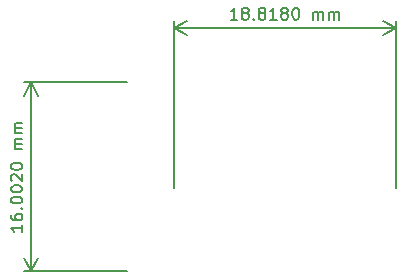
<source format=gbr>
%TF.GenerationSoftware,KiCad,Pcbnew,(6.0.11)*%
%TF.CreationDate,2023-07-28T18:25:04-04:00*%
%TF.ProjectId,amoeba-king,616d6f65-6261-42d6-9b69-6e672e6b6963,rev?*%
%TF.SameCoordinates,Original*%
%TF.FileFunction,Other,Comment*%
%FSLAX46Y46*%
G04 Gerber Fmt 4.6, Leading zero omitted, Abs format (unit mm)*
G04 Created by KiCad (PCBNEW (6.0.11)) date 2023-07-28 18:25:04*
%MOMM*%
%LPD*%
G01*
G04 APERTURE LIST*
%ADD10C,0.150000*%
G04 APERTURE END LIST*
D10*
X75871780Y-155207580D02*
X75300352Y-155207580D01*
X75586066Y-155207580D02*
X75586066Y-154207580D01*
X75490828Y-154350438D01*
X75395590Y-154445676D01*
X75300352Y-154493295D01*
X76443209Y-154636152D02*
X76347971Y-154588533D01*
X76300352Y-154540914D01*
X76252733Y-154445676D01*
X76252733Y-154398057D01*
X76300352Y-154302819D01*
X76347971Y-154255200D01*
X76443209Y-154207580D01*
X76633685Y-154207580D01*
X76728923Y-154255200D01*
X76776542Y-154302819D01*
X76824161Y-154398057D01*
X76824161Y-154445676D01*
X76776542Y-154540914D01*
X76728923Y-154588533D01*
X76633685Y-154636152D01*
X76443209Y-154636152D01*
X76347971Y-154683771D01*
X76300352Y-154731390D01*
X76252733Y-154826628D01*
X76252733Y-155017104D01*
X76300352Y-155112342D01*
X76347971Y-155159961D01*
X76443209Y-155207580D01*
X76633685Y-155207580D01*
X76728923Y-155159961D01*
X76776542Y-155112342D01*
X76824161Y-155017104D01*
X76824161Y-154826628D01*
X76776542Y-154731390D01*
X76728923Y-154683771D01*
X76633685Y-154636152D01*
X77252733Y-155112342D02*
X77300352Y-155159961D01*
X77252733Y-155207580D01*
X77205114Y-155159961D01*
X77252733Y-155112342D01*
X77252733Y-155207580D01*
X77871780Y-154636152D02*
X77776542Y-154588533D01*
X77728923Y-154540914D01*
X77681304Y-154445676D01*
X77681304Y-154398057D01*
X77728923Y-154302819D01*
X77776542Y-154255200D01*
X77871780Y-154207580D01*
X78062257Y-154207580D01*
X78157495Y-154255200D01*
X78205114Y-154302819D01*
X78252733Y-154398057D01*
X78252733Y-154445676D01*
X78205114Y-154540914D01*
X78157495Y-154588533D01*
X78062257Y-154636152D01*
X77871780Y-154636152D01*
X77776542Y-154683771D01*
X77728923Y-154731390D01*
X77681304Y-154826628D01*
X77681304Y-155017104D01*
X77728923Y-155112342D01*
X77776542Y-155159961D01*
X77871780Y-155207580D01*
X78062257Y-155207580D01*
X78157495Y-155159961D01*
X78205114Y-155112342D01*
X78252733Y-155017104D01*
X78252733Y-154826628D01*
X78205114Y-154731390D01*
X78157495Y-154683771D01*
X78062257Y-154636152D01*
X79205114Y-155207580D02*
X78633685Y-155207580D01*
X78919400Y-155207580D02*
X78919400Y-154207580D01*
X78824161Y-154350438D01*
X78728923Y-154445676D01*
X78633685Y-154493295D01*
X79776542Y-154636152D02*
X79681304Y-154588533D01*
X79633685Y-154540914D01*
X79586066Y-154445676D01*
X79586066Y-154398057D01*
X79633685Y-154302819D01*
X79681304Y-154255200D01*
X79776542Y-154207580D01*
X79967019Y-154207580D01*
X80062257Y-154255200D01*
X80109876Y-154302819D01*
X80157495Y-154398057D01*
X80157495Y-154445676D01*
X80109876Y-154540914D01*
X80062257Y-154588533D01*
X79967019Y-154636152D01*
X79776542Y-154636152D01*
X79681304Y-154683771D01*
X79633685Y-154731390D01*
X79586066Y-154826628D01*
X79586066Y-155017104D01*
X79633685Y-155112342D01*
X79681304Y-155159961D01*
X79776542Y-155207580D01*
X79967019Y-155207580D01*
X80062257Y-155159961D01*
X80109876Y-155112342D01*
X80157495Y-155017104D01*
X80157495Y-154826628D01*
X80109876Y-154731390D01*
X80062257Y-154683771D01*
X79967019Y-154636152D01*
X80776542Y-154207580D02*
X80871780Y-154207580D01*
X80967019Y-154255200D01*
X81014638Y-154302819D01*
X81062257Y-154398057D01*
X81109876Y-154588533D01*
X81109876Y-154826628D01*
X81062257Y-155017104D01*
X81014638Y-155112342D01*
X80967019Y-155159961D01*
X80871780Y-155207580D01*
X80776542Y-155207580D01*
X80681304Y-155159961D01*
X80633685Y-155112342D01*
X80586066Y-155017104D01*
X80538447Y-154826628D01*
X80538447Y-154588533D01*
X80586066Y-154398057D01*
X80633685Y-154302819D01*
X80681304Y-154255200D01*
X80776542Y-154207580D01*
X82300352Y-155207580D02*
X82300352Y-154540914D01*
X82300352Y-154636152D02*
X82347971Y-154588533D01*
X82443209Y-154540914D01*
X82586066Y-154540914D01*
X82681304Y-154588533D01*
X82728923Y-154683771D01*
X82728923Y-155207580D01*
X82728923Y-154683771D02*
X82776542Y-154588533D01*
X82871780Y-154540914D01*
X83014638Y-154540914D01*
X83109876Y-154588533D01*
X83157495Y-154683771D01*
X83157495Y-155207580D01*
X83633685Y-155207580D02*
X83633685Y-154540914D01*
X83633685Y-154636152D02*
X83681304Y-154588533D01*
X83776542Y-154540914D01*
X83919400Y-154540914D01*
X84014638Y-154588533D01*
X84062257Y-154683771D01*
X84062257Y-155207580D01*
X84062257Y-154683771D02*
X84109876Y-154588533D01*
X84205114Y-154540914D01*
X84347971Y-154540914D01*
X84443209Y-154588533D01*
X84490828Y-154683771D01*
X84490828Y-155207580D01*
X70510400Y-169430700D02*
X70510400Y-155318780D01*
X89328400Y-169430700D02*
X89328400Y-155318780D01*
X70510400Y-155905200D02*
X89328400Y-155905200D01*
X70510400Y-155905200D02*
X89328400Y-155905200D01*
X70510400Y-155905200D02*
X71636904Y-156491621D01*
X70510400Y-155905200D02*
X71636904Y-155318779D01*
X89328400Y-155905200D02*
X88201896Y-155318779D01*
X89328400Y-155905200D02*
X88201896Y-156491621D01*
X57671580Y-172576619D02*
X57671580Y-173148047D01*
X57671580Y-172862333D02*
X56671580Y-172862333D01*
X56814438Y-172957571D01*
X56909676Y-173052809D01*
X56957295Y-173148047D01*
X56671580Y-171719476D02*
X56671580Y-171909952D01*
X56719200Y-172005190D01*
X56766819Y-172052809D01*
X56909676Y-172148047D01*
X57100152Y-172195666D01*
X57481104Y-172195666D01*
X57576342Y-172148047D01*
X57623961Y-172100428D01*
X57671580Y-172005190D01*
X57671580Y-171814714D01*
X57623961Y-171719476D01*
X57576342Y-171671857D01*
X57481104Y-171624238D01*
X57243009Y-171624238D01*
X57147771Y-171671857D01*
X57100152Y-171719476D01*
X57052533Y-171814714D01*
X57052533Y-172005190D01*
X57100152Y-172100428D01*
X57147771Y-172148047D01*
X57243009Y-172195666D01*
X57576342Y-171195666D02*
X57623961Y-171148047D01*
X57671580Y-171195666D01*
X57623961Y-171243285D01*
X57576342Y-171195666D01*
X57671580Y-171195666D01*
X56671580Y-170529000D02*
X56671580Y-170433761D01*
X56719200Y-170338523D01*
X56766819Y-170290904D01*
X56862057Y-170243285D01*
X57052533Y-170195666D01*
X57290628Y-170195666D01*
X57481104Y-170243285D01*
X57576342Y-170290904D01*
X57623961Y-170338523D01*
X57671580Y-170433761D01*
X57671580Y-170529000D01*
X57623961Y-170624238D01*
X57576342Y-170671857D01*
X57481104Y-170719476D01*
X57290628Y-170767095D01*
X57052533Y-170767095D01*
X56862057Y-170719476D01*
X56766819Y-170671857D01*
X56719200Y-170624238D01*
X56671580Y-170529000D01*
X56671580Y-169576619D02*
X56671580Y-169481380D01*
X56719200Y-169386142D01*
X56766819Y-169338523D01*
X56862057Y-169290904D01*
X57052533Y-169243285D01*
X57290628Y-169243285D01*
X57481104Y-169290904D01*
X57576342Y-169338523D01*
X57623961Y-169386142D01*
X57671580Y-169481380D01*
X57671580Y-169576619D01*
X57623961Y-169671857D01*
X57576342Y-169719476D01*
X57481104Y-169767095D01*
X57290628Y-169814714D01*
X57052533Y-169814714D01*
X56862057Y-169767095D01*
X56766819Y-169719476D01*
X56719200Y-169671857D01*
X56671580Y-169576619D01*
X56766819Y-168862333D02*
X56719200Y-168814714D01*
X56671580Y-168719476D01*
X56671580Y-168481380D01*
X56719200Y-168386142D01*
X56766819Y-168338523D01*
X56862057Y-168290904D01*
X56957295Y-168290904D01*
X57100152Y-168338523D01*
X57671580Y-168909952D01*
X57671580Y-168290904D01*
X56671580Y-167671857D02*
X56671580Y-167576619D01*
X56719200Y-167481380D01*
X56766819Y-167433761D01*
X56862057Y-167386142D01*
X57052533Y-167338523D01*
X57290628Y-167338523D01*
X57481104Y-167386142D01*
X57576342Y-167433761D01*
X57623961Y-167481380D01*
X57671580Y-167576619D01*
X57671580Y-167671857D01*
X57623961Y-167767095D01*
X57576342Y-167814714D01*
X57481104Y-167862333D01*
X57290628Y-167909952D01*
X57052533Y-167909952D01*
X56862057Y-167862333D01*
X56766819Y-167814714D01*
X56719200Y-167767095D01*
X56671580Y-167671857D01*
X57671580Y-166148047D02*
X57004914Y-166148047D01*
X57100152Y-166148047D02*
X57052533Y-166100428D01*
X57004914Y-166005190D01*
X57004914Y-165862333D01*
X57052533Y-165767095D01*
X57147771Y-165719476D01*
X57671580Y-165719476D01*
X57147771Y-165719476D02*
X57052533Y-165671857D01*
X57004914Y-165576619D01*
X57004914Y-165433761D01*
X57052533Y-165338523D01*
X57147771Y-165290904D01*
X57671580Y-165290904D01*
X57671580Y-164814714D02*
X57004914Y-164814714D01*
X57100152Y-164814714D02*
X57052533Y-164767095D01*
X57004914Y-164671857D01*
X57004914Y-164529000D01*
X57052533Y-164433761D01*
X57147771Y-164386142D01*
X57671580Y-164386142D01*
X57147771Y-164386142D02*
X57052533Y-164338523D01*
X57004914Y-164243285D01*
X57004914Y-164100428D01*
X57052533Y-164005190D01*
X57147771Y-163957571D01*
X57671580Y-163957571D01*
X66493000Y-160528000D02*
X57782780Y-160528000D01*
X66493000Y-176530000D02*
X57782780Y-176530000D01*
X58369200Y-160528000D02*
X58369200Y-176530000D01*
X58369200Y-160528000D02*
X58369200Y-176530000D01*
X58369200Y-160528000D02*
X57782779Y-161654504D01*
X58369200Y-160528000D02*
X58955621Y-161654504D01*
X58369200Y-176530000D02*
X58955621Y-175403496D01*
X58369200Y-176530000D02*
X57782779Y-175403496D01*
M02*

</source>
